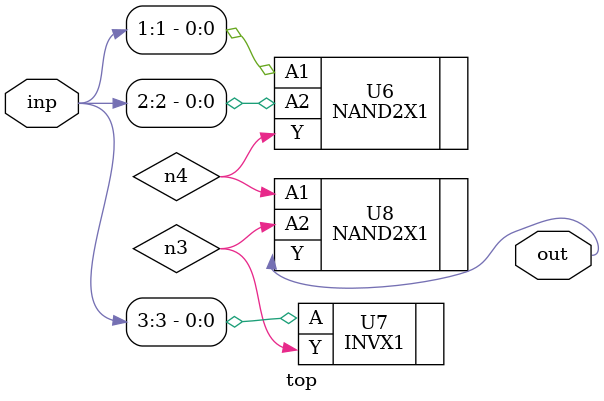
<source format=sv>


module top ( inp, out );
  input [3:0] inp;
  output out;
  wire   n3, n4;

  NAND2X1 U6 ( .A1(inp[1]), .A2(inp[2]), .Y(n4) );
  INVX1 U7 ( .A(inp[3]), .Y(n3) );
  NAND2X1 U8 ( .A1(n4), .A2(n3), .Y(out) );
endmodule


</source>
